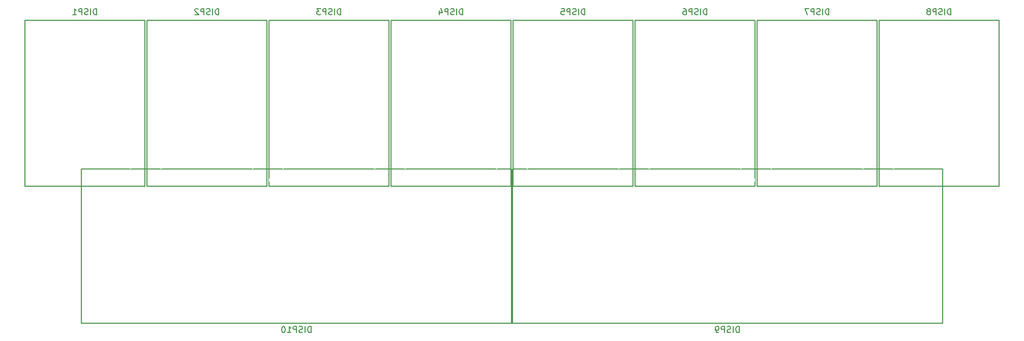
<source format=gbo>
G04 #@! TF.FileFunction,Legend,Bot*
%FSLAX46Y46*%
G04 Gerber Fmt 4.6, Leading zero omitted, Abs format (unit mm)*
G04 Created by KiCad (PCBNEW 4.0.0-rc1-stable) date 10/14/2015 5:21:08 AM*
%MOMM*%
G01*
G04 APERTURE LIST*
%ADD10C,0.100000*%
%ADD11C,0.150000*%
%ADD12C,1.700000*%
%ADD13O,3.500120X1.800860*%
%ADD14C,2.700000*%
%ADD15C,3.300000*%
%ADD16R,2.032000X1.727200*%
%ADD17O,2.032000X1.727200*%
%ADD18C,1.397000*%
%ADD19C,1.524000*%
G04 APERTURE END LIST*
D10*
D11*
X70645000Y-112592500D02*
X70645000Y-84892500D01*
X70645000Y-84892500D02*
X90645000Y-84892500D01*
X90645000Y-84892500D02*
X90645000Y-112592500D01*
X90645000Y-112592500D02*
X70645000Y-112592500D01*
X90965000Y-112592500D02*
X90965000Y-84892500D01*
X90965000Y-84892500D02*
X110965000Y-84892500D01*
X110965000Y-84892500D02*
X110965000Y-112592500D01*
X110965000Y-112592500D02*
X90965000Y-112592500D01*
X111285000Y-112592500D02*
X111285000Y-84892500D01*
X111285000Y-84892500D02*
X131285000Y-84892500D01*
X131285000Y-84892500D02*
X131285000Y-112592500D01*
X131285000Y-112592500D02*
X111285000Y-112592500D01*
X131605000Y-112592500D02*
X131605000Y-84892500D01*
X131605000Y-84892500D02*
X151605000Y-84892500D01*
X151605000Y-84892500D02*
X151605000Y-112592500D01*
X151605000Y-112592500D02*
X131605000Y-112592500D01*
X151925000Y-112592500D02*
X151925000Y-84892500D01*
X151925000Y-84892500D02*
X171925000Y-84892500D01*
X171925000Y-84892500D02*
X171925000Y-112592500D01*
X171925000Y-112592500D02*
X151925000Y-112592500D01*
X172245000Y-112592500D02*
X172245000Y-84892500D01*
X172245000Y-84892500D02*
X192245000Y-84892500D01*
X192245000Y-84892500D02*
X192245000Y-112592500D01*
X192245000Y-112592500D02*
X172245000Y-112592500D01*
X192565000Y-112592500D02*
X192565000Y-84892500D01*
X192565000Y-84892500D02*
X212565000Y-84892500D01*
X212565000Y-84892500D02*
X212565000Y-112592500D01*
X212565000Y-112592500D02*
X192565000Y-112592500D01*
X212885000Y-112592500D02*
X212885000Y-84892500D01*
X212885000Y-84892500D02*
X232885000Y-84892500D01*
X232885000Y-84892500D02*
X232885000Y-112592500D01*
X232885000Y-112592500D02*
X212885000Y-112592500D01*
X223442500Y-135405000D02*
X151842500Y-135405000D01*
X151842500Y-135405000D02*
X151842500Y-109705000D01*
X151842500Y-109705000D02*
X223442500Y-109705000D01*
X223442500Y-109705000D02*
X223442500Y-135405000D01*
X151687500Y-135405000D02*
X80087500Y-135405000D01*
X80087500Y-135405000D02*
X80087500Y-109705000D01*
X80087500Y-109705000D02*
X151687500Y-109705000D01*
X151687500Y-109705000D02*
X151687500Y-135405000D01*
X82597381Y-83954881D02*
X82597381Y-82954881D01*
X82359286Y-82954881D01*
X82216428Y-83002500D01*
X82121190Y-83097738D01*
X82073571Y-83192976D01*
X82025952Y-83383452D01*
X82025952Y-83526310D01*
X82073571Y-83716786D01*
X82121190Y-83812024D01*
X82216428Y-83907262D01*
X82359286Y-83954881D01*
X82597381Y-83954881D01*
X81597381Y-83954881D02*
X81597381Y-82954881D01*
X81168810Y-83907262D02*
X81025953Y-83954881D01*
X80787857Y-83954881D01*
X80692619Y-83907262D01*
X80645000Y-83859643D01*
X80597381Y-83764405D01*
X80597381Y-83669167D01*
X80645000Y-83573929D01*
X80692619Y-83526310D01*
X80787857Y-83478690D01*
X80978334Y-83431071D01*
X81073572Y-83383452D01*
X81121191Y-83335833D01*
X81168810Y-83240595D01*
X81168810Y-83145357D01*
X81121191Y-83050119D01*
X81073572Y-83002500D01*
X80978334Y-82954881D01*
X80740238Y-82954881D01*
X80597381Y-83002500D01*
X80168810Y-83954881D02*
X80168810Y-82954881D01*
X79787857Y-82954881D01*
X79692619Y-83002500D01*
X79645000Y-83050119D01*
X79597381Y-83145357D01*
X79597381Y-83288214D01*
X79645000Y-83383452D01*
X79692619Y-83431071D01*
X79787857Y-83478690D01*
X80168810Y-83478690D01*
X78645000Y-83954881D02*
X79216429Y-83954881D01*
X78930715Y-83954881D02*
X78930715Y-82954881D01*
X79025953Y-83097738D01*
X79121191Y-83192976D01*
X79216429Y-83240595D01*
X102917381Y-83954881D02*
X102917381Y-82954881D01*
X102679286Y-82954881D01*
X102536428Y-83002500D01*
X102441190Y-83097738D01*
X102393571Y-83192976D01*
X102345952Y-83383452D01*
X102345952Y-83526310D01*
X102393571Y-83716786D01*
X102441190Y-83812024D01*
X102536428Y-83907262D01*
X102679286Y-83954881D01*
X102917381Y-83954881D01*
X101917381Y-83954881D02*
X101917381Y-82954881D01*
X101488810Y-83907262D02*
X101345953Y-83954881D01*
X101107857Y-83954881D01*
X101012619Y-83907262D01*
X100965000Y-83859643D01*
X100917381Y-83764405D01*
X100917381Y-83669167D01*
X100965000Y-83573929D01*
X101012619Y-83526310D01*
X101107857Y-83478690D01*
X101298334Y-83431071D01*
X101393572Y-83383452D01*
X101441191Y-83335833D01*
X101488810Y-83240595D01*
X101488810Y-83145357D01*
X101441191Y-83050119D01*
X101393572Y-83002500D01*
X101298334Y-82954881D01*
X101060238Y-82954881D01*
X100917381Y-83002500D01*
X100488810Y-83954881D02*
X100488810Y-82954881D01*
X100107857Y-82954881D01*
X100012619Y-83002500D01*
X99965000Y-83050119D01*
X99917381Y-83145357D01*
X99917381Y-83288214D01*
X99965000Y-83383452D01*
X100012619Y-83431071D01*
X100107857Y-83478690D01*
X100488810Y-83478690D01*
X99536429Y-83050119D02*
X99488810Y-83002500D01*
X99393572Y-82954881D01*
X99155476Y-82954881D01*
X99060238Y-83002500D01*
X99012619Y-83050119D01*
X98965000Y-83145357D01*
X98965000Y-83240595D01*
X99012619Y-83383452D01*
X99584048Y-83954881D01*
X98965000Y-83954881D01*
X123237381Y-83954881D02*
X123237381Y-82954881D01*
X122999286Y-82954881D01*
X122856428Y-83002500D01*
X122761190Y-83097738D01*
X122713571Y-83192976D01*
X122665952Y-83383452D01*
X122665952Y-83526310D01*
X122713571Y-83716786D01*
X122761190Y-83812024D01*
X122856428Y-83907262D01*
X122999286Y-83954881D01*
X123237381Y-83954881D01*
X122237381Y-83954881D02*
X122237381Y-82954881D01*
X121808810Y-83907262D02*
X121665953Y-83954881D01*
X121427857Y-83954881D01*
X121332619Y-83907262D01*
X121285000Y-83859643D01*
X121237381Y-83764405D01*
X121237381Y-83669167D01*
X121285000Y-83573929D01*
X121332619Y-83526310D01*
X121427857Y-83478690D01*
X121618334Y-83431071D01*
X121713572Y-83383452D01*
X121761191Y-83335833D01*
X121808810Y-83240595D01*
X121808810Y-83145357D01*
X121761191Y-83050119D01*
X121713572Y-83002500D01*
X121618334Y-82954881D01*
X121380238Y-82954881D01*
X121237381Y-83002500D01*
X120808810Y-83954881D02*
X120808810Y-82954881D01*
X120427857Y-82954881D01*
X120332619Y-83002500D01*
X120285000Y-83050119D01*
X120237381Y-83145357D01*
X120237381Y-83288214D01*
X120285000Y-83383452D01*
X120332619Y-83431071D01*
X120427857Y-83478690D01*
X120808810Y-83478690D01*
X119904048Y-82954881D02*
X119285000Y-82954881D01*
X119618334Y-83335833D01*
X119475476Y-83335833D01*
X119380238Y-83383452D01*
X119332619Y-83431071D01*
X119285000Y-83526310D01*
X119285000Y-83764405D01*
X119332619Y-83859643D01*
X119380238Y-83907262D01*
X119475476Y-83954881D01*
X119761191Y-83954881D01*
X119856429Y-83907262D01*
X119904048Y-83859643D01*
X143557381Y-83954881D02*
X143557381Y-82954881D01*
X143319286Y-82954881D01*
X143176428Y-83002500D01*
X143081190Y-83097738D01*
X143033571Y-83192976D01*
X142985952Y-83383452D01*
X142985952Y-83526310D01*
X143033571Y-83716786D01*
X143081190Y-83812024D01*
X143176428Y-83907262D01*
X143319286Y-83954881D01*
X143557381Y-83954881D01*
X142557381Y-83954881D02*
X142557381Y-82954881D01*
X142128810Y-83907262D02*
X141985953Y-83954881D01*
X141747857Y-83954881D01*
X141652619Y-83907262D01*
X141605000Y-83859643D01*
X141557381Y-83764405D01*
X141557381Y-83669167D01*
X141605000Y-83573929D01*
X141652619Y-83526310D01*
X141747857Y-83478690D01*
X141938334Y-83431071D01*
X142033572Y-83383452D01*
X142081191Y-83335833D01*
X142128810Y-83240595D01*
X142128810Y-83145357D01*
X142081191Y-83050119D01*
X142033572Y-83002500D01*
X141938334Y-82954881D01*
X141700238Y-82954881D01*
X141557381Y-83002500D01*
X141128810Y-83954881D02*
X141128810Y-82954881D01*
X140747857Y-82954881D01*
X140652619Y-83002500D01*
X140605000Y-83050119D01*
X140557381Y-83145357D01*
X140557381Y-83288214D01*
X140605000Y-83383452D01*
X140652619Y-83431071D01*
X140747857Y-83478690D01*
X141128810Y-83478690D01*
X139700238Y-83288214D02*
X139700238Y-83954881D01*
X139938334Y-82907262D02*
X140176429Y-83621548D01*
X139557381Y-83621548D01*
X163877381Y-83954881D02*
X163877381Y-82954881D01*
X163639286Y-82954881D01*
X163496428Y-83002500D01*
X163401190Y-83097738D01*
X163353571Y-83192976D01*
X163305952Y-83383452D01*
X163305952Y-83526310D01*
X163353571Y-83716786D01*
X163401190Y-83812024D01*
X163496428Y-83907262D01*
X163639286Y-83954881D01*
X163877381Y-83954881D01*
X162877381Y-83954881D02*
X162877381Y-82954881D01*
X162448810Y-83907262D02*
X162305953Y-83954881D01*
X162067857Y-83954881D01*
X161972619Y-83907262D01*
X161925000Y-83859643D01*
X161877381Y-83764405D01*
X161877381Y-83669167D01*
X161925000Y-83573929D01*
X161972619Y-83526310D01*
X162067857Y-83478690D01*
X162258334Y-83431071D01*
X162353572Y-83383452D01*
X162401191Y-83335833D01*
X162448810Y-83240595D01*
X162448810Y-83145357D01*
X162401191Y-83050119D01*
X162353572Y-83002500D01*
X162258334Y-82954881D01*
X162020238Y-82954881D01*
X161877381Y-83002500D01*
X161448810Y-83954881D02*
X161448810Y-82954881D01*
X161067857Y-82954881D01*
X160972619Y-83002500D01*
X160925000Y-83050119D01*
X160877381Y-83145357D01*
X160877381Y-83288214D01*
X160925000Y-83383452D01*
X160972619Y-83431071D01*
X161067857Y-83478690D01*
X161448810Y-83478690D01*
X159972619Y-82954881D02*
X160448810Y-82954881D01*
X160496429Y-83431071D01*
X160448810Y-83383452D01*
X160353572Y-83335833D01*
X160115476Y-83335833D01*
X160020238Y-83383452D01*
X159972619Y-83431071D01*
X159925000Y-83526310D01*
X159925000Y-83764405D01*
X159972619Y-83859643D01*
X160020238Y-83907262D01*
X160115476Y-83954881D01*
X160353572Y-83954881D01*
X160448810Y-83907262D01*
X160496429Y-83859643D01*
X184197381Y-83954881D02*
X184197381Y-82954881D01*
X183959286Y-82954881D01*
X183816428Y-83002500D01*
X183721190Y-83097738D01*
X183673571Y-83192976D01*
X183625952Y-83383452D01*
X183625952Y-83526310D01*
X183673571Y-83716786D01*
X183721190Y-83812024D01*
X183816428Y-83907262D01*
X183959286Y-83954881D01*
X184197381Y-83954881D01*
X183197381Y-83954881D02*
X183197381Y-82954881D01*
X182768810Y-83907262D02*
X182625953Y-83954881D01*
X182387857Y-83954881D01*
X182292619Y-83907262D01*
X182245000Y-83859643D01*
X182197381Y-83764405D01*
X182197381Y-83669167D01*
X182245000Y-83573929D01*
X182292619Y-83526310D01*
X182387857Y-83478690D01*
X182578334Y-83431071D01*
X182673572Y-83383452D01*
X182721191Y-83335833D01*
X182768810Y-83240595D01*
X182768810Y-83145357D01*
X182721191Y-83050119D01*
X182673572Y-83002500D01*
X182578334Y-82954881D01*
X182340238Y-82954881D01*
X182197381Y-83002500D01*
X181768810Y-83954881D02*
X181768810Y-82954881D01*
X181387857Y-82954881D01*
X181292619Y-83002500D01*
X181245000Y-83050119D01*
X181197381Y-83145357D01*
X181197381Y-83288214D01*
X181245000Y-83383452D01*
X181292619Y-83431071D01*
X181387857Y-83478690D01*
X181768810Y-83478690D01*
X180340238Y-82954881D02*
X180530715Y-82954881D01*
X180625953Y-83002500D01*
X180673572Y-83050119D01*
X180768810Y-83192976D01*
X180816429Y-83383452D01*
X180816429Y-83764405D01*
X180768810Y-83859643D01*
X180721191Y-83907262D01*
X180625953Y-83954881D01*
X180435476Y-83954881D01*
X180340238Y-83907262D01*
X180292619Y-83859643D01*
X180245000Y-83764405D01*
X180245000Y-83526310D01*
X180292619Y-83431071D01*
X180340238Y-83383452D01*
X180435476Y-83335833D01*
X180625953Y-83335833D01*
X180721191Y-83383452D01*
X180768810Y-83431071D01*
X180816429Y-83526310D01*
X204517381Y-83954881D02*
X204517381Y-82954881D01*
X204279286Y-82954881D01*
X204136428Y-83002500D01*
X204041190Y-83097738D01*
X203993571Y-83192976D01*
X203945952Y-83383452D01*
X203945952Y-83526310D01*
X203993571Y-83716786D01*
X204041190Y-83812024D01*
X204136428Y-83907262D01*
X204279286Y-83954881D01*
X204517381Y-83954881D01*
X203517381Y-83954881D02*
X203517381Y-82954881D01*
X203088810Y-83907262D02*
X202945953Y-83954881D01*
X202707857Y-83954881D01*
X202612619Y-83907262D01*
X202565000Y-83859643D01*
X202517381Y-83764405D01*
X202517381Y-83669167D01*
X202565000Y-83573929D01*
X202612619Y-83526310D01*
X202707857Y-83478690D01*
X202898334Y-83431071D01*
X202993572Y-83383452D01*
X203041191Y-83335833D01*
X203088810Y-83240595D01*
X203088810Y-83145357D01*
X203041191Y-83050119D01*
X202993572Y-83002500D01*
X202898334Y-82954881D01*
X202660238Y-82954881D01*
X202517381Y-83002500D01*
X202088810Y-83954881D02*
X202088810Y-82954881D01*
X201707857Y-82954881D01*
X201612619Y-83002500D01*
X201565000Y-83050119D01*
X201517381Y-83145357D01*
X201517381Y-83288214D01*
X201565000Y-83383452D01*
X201612619Y-83431071D01*
X201707857Y-83478690D01*
X202088810Y-83478690D01*
X201184048Y-82954881D02*
X200517381Y-82954881D01*
X200945953Y-83954881D01*
X224837381Y-83954881D02*
X224837381Y-82954881D01*
X224599286Y-82954881D01*
X224456428Y-83002500D01*
X224361190Y-83097738D01*
X224313571Y-83192976D01*
X224265952Y-83383452D01*
X224265952Y-83526310D01*
X224313571Y-83716786D01*
X224361190Y-83812024D01*
X224456428Y-83907262D01*
X224599286Y-83954881D01*
X224837381Y-83954881D01*
X223837381Y-83954881D02*
X223837381Y-82954881D01*
X223408810Y-83907262D02*
X223265953Y-83954881D01*
X223027857Y-83954881D01*
X222932619Y-83907262D01*
X222885000Y-83859643D01*
X222837381Y-83764405D01*
X222837381Y-83669167D01*
X222885000Y-83573929D01*
X222932619Y-83526310D01*
X223027857Y-83478690D01*
X223218334Y-83431071D01*
X223313572Y-83383452D01*
X223361191Y-83335833D01*
X223408810Y-83240595D01*
X223408810Y-83145357D01*
X223361191Y-83050119D01*
X223313572Y-83002500D01*
X223218334Y-82954881D01*
X222980238Y-82954881D01*
X222837381Y-83002500D01*
X222408810Y-83954881D02*
X222408810Y-82954881D01*
X222027857Y-82954881D01*
X221932619Y-83002500D01*
X221885000Y-83050119D01*
X221837381Y-83145357D01*
X221837381Y-83288214D01*
X221885000Y-83383452D01*
X221932619Y-83431071D01*
X222027857Y-83478690D01*
X222408810Y-83478690D01*
X221265953Y-83383452D02*
X221361191Y-83335833D01*
X221408810Y-83288214D01*
X221456429Y-83192976D01*
X221456429Y-83145357D01*
X221408810Y-83050119D01*
X221361191Y-83002500D01*
X221265953Y-82954881D01*
X221075476Y-82954881D01*
X220980238Y-83002500D01*
X220932619Y-83050119D01*
X220885000Y-83145357D01*
X220885000Y-83192976D01*
X220932619Y-83288214D01*
X220980238Y-83335833D01*
X221075476Y-83383452D01*
X221265953Y-83383452D01*
X221361191Y-83431071D01*
X221408810Y-83478690D01*
X221456429Y-83573929D01*
X221456429Y-83764405D01*
X221408810Y-83859643D01*
X221361191Y-83907262D01*
X221265953Y-83954881D01*
X221075476Y-83954881D01*
X220980238Y-83907262D01*
X220932619Y-83859643D01*
X220885000Y-83764405D01*
X220885000Y-83573929D01*
X220932619Y-83478690D01*
X220980238Y-83431071D01*
X221075476Y-83383452D01*
X189594881Y-136977381D02*
X189594881Y-135977381D01*
X189356786Y-135977381D01*
X189213928Y-136025000D01*
X189118690Y-136120238D01*
X189071071Y-136215476D01*
X189023452Y-136405952D01*
X189023452Y-136548810D01*
X189071071Y-136739286D01*
X189118690Y-136834524D01*
X189213928Y-136929762D01*
X189356786Y-136977381D01*
X189594881Y-136977381D01*
X188594881Y-136977381D02*
X188594881Y-135977381D01*
X188166310Y-136929762D02*
X188023453Y-136977381D01*
X187785357Y-136977381D01*
X187690119Y-136929762D01*
X187642500Y-136882143D01*
X187594881Y-136786905D01*
X187594881Y-136691667D01*
X187642500Y-136596429D01*
X187690119Y-136548810D01*
X187785357Y-136501190D01*
X187975834Y-136453571D01*
X188071072Y-136405952D01*
X188118691Y-136358333D01*
X188166310Y-136263095D01*
X188166310Y-136167857D01*
X188118691Y-136072619D01*
X188071072Y-136025000D01*
X187975834Y-135977381D01*
X187737738Y-135977381D01*
X187594881Y-136025000D01*
X187166310Y-136977381D02*
X187166310Y-135977381D01*
X186785357Y-135977381D01*
X186690119Y-136025000D01*
X186642500Y-136072619D01*
X186594881Y-136167857D01*
X186594881Y-136310714D01*
X186642500Y-136405952D01*
X186690119Y-136453571D01*
X186785357Y-136501190D01*
X187166310Y-136501190D01*
X186118691Y-136977381D02*
X185928215Y-136977381D01*
X185832976Y-136929762D01*
X185785357Y-136882143D01*
X185690119Y-136739286D01*
X185642500Y-136548810D01*
X185642500Y-136167857D01*
X185690119Y-136072619D01*
X185737738Y-136025000D01*
X185832976Y-135977381D01*
X186023453Y-135977381D01*
X186118691Y-136025000D01*
X186166310Y-136072619D01*
X186213929Y-136167857D01*
X186213929Y-136405952D01*
X186166310Y-136501190D01*
X186118691Y-136548810D01*
X186023453Y-136596429D01*
X185832976Y-136596429D01*
X185737738Y-136548810D01*
X185690119Y-136501190D01*
X185642500Y-136405952D01*
X118316071Y-136977381D02*
X118316071Y-135977381D01*
X118077976Y-135977381D01*
X117935118Y-136025000D01*
X117839880Y-136120238D01*
X117792261Y-136215476D01*
X117744642Y-136405952D01*
X117744642Y-136548810D01*
X117792261Y-136739286D01*
X117839880Y-136834524D01*
X117935118Y-136929762D01*
X118077976Y-136977381D01*
X118316071Y-136977381D01*
X117316071Y-136977381D02*
X117316071Y-135977381D01*
X116887500Y-136929762D02*
X116744643Y-136977381D01*
X116506547Y-136977381D01*
X116411309Y-136929762D01*
X116363690Y-136882143D01*
X116316071Y-136786905D01*
X116316071Y-136691667D01*
X116363690Y-136596429D01*
X116411309Y-136548810D01*
X116506547Y-136501190D01*
X116697024Y-136453571D01*
X116792262Y-136405952D01*
X116839881Y-136358333D01*
X116887500Y-136263095D01*
X116887500Y-136167857D01*
X116839881Y-136072619D01*
X116792262Y-136025000D01*
X116697024Y-135977381D01*
X116458928Y-135977381D01*
X116316071Y-136025000D01*
X115887500Y-136977381D02*
X115887500Y-135977381D01*
X115506547Y-135977381D01*
X115411309Y-136025000D01*
X115363690Y-136072619D01*
X115316071Y-136167857D01*
X115316071Y-136310714D01*
X115363690Y-136405952D01*
X115411309Y-136453571D01*
X115506547Y-136501190D01*
X115887500Y-136501190D01*
X114363690Y-136977381D02*
X114935119Y-136977381D01*
X114649405Y-136977381D02*
X114649405Y-135977381D01*
X114744643Y-136120238D01*
X114839881Y-136215476D01*
X114935119Y-136263095D01*
X113744643Y-135977381D02*
X113649404Y-135977381D01*
X113554166Y-136025000D01*
X113506547Y-136072619D01*
X113458928Y-136167857D01*
X113411309Y-136358333D01*
X113411309Y-136596429D01*
X113458928Y-136786905D01*
X113506547Y-136882143D01*
X113554166Y-136929762D01*
X113649404Y-136977381D01*
X113744643Y-136977381D01*
X113839881Y-136929762D01*
X113887500Y-136882143D01*
X113935119Y-136786905D01*
X113982738Y-136596429D01*
X113982738Y-136358333D01*
X113935119Y-136167857D01*
X113887500Y-136072619D01*
X113839881Y-136025000D01*
X113744643Y-135977381D01*
%LPC*%
D12*
X77112500Y-117147500D03*
X72112500Y-117147500D03*
X72112500Y-134947500D03*
X77112500Y-134947500D03*
D13*
X238442500Y-134302500D03*
X238442500Y-131762500D03*
X238442500Y-129222500D03*
X238442500Y-126682500D03*
D14*
X68155000Y-95250000D03*
X62655000Y-95250000D03*
X68155000Y-99450000D03*
X62655000Y-99450000D03*
X68155000Y-103650000D03*
X62655000Y-103650000D03*
X62655000Y-91050000D03*
X68155000Y-91050000D03*
X62655000Y-86850000D03*
X68155000Y-86850000D03*
D15*
X63115000Y-108350000D03*
X63115000Y-82150000D03*
D14*
X68155000Y-126047500D03*
X62655000Y-126047500D03*
X68155000Y-130247500D03*
X62655000Y-130247500D03*
X68155000Y-134447500D03*
X62655000Y-134447500D03*
X62655000Y-121847500D03*
X68155000Y-121847500D03*
X62655000Y-117647500D03*
X68155000Y-117647500D03*
D15*
X63115000Y-139147500D03*
X63115000Y-112947500D03*
D16*
X238125000Y-106680000D03*
D17*
X238125000Y-109220000D03*
X238125000Y-111760000D03*
X238125000Y-114300000D03*
X238125000Y-116840000D03*
X238125000Y-119380000D03*
D18*
X235585000Y-85090000D03*
X240665000Y-85090000D03*
X235585000Y-92710000D03*
X240665000Y-92710000D03*
X235585000Y-94932500D03*
X240665000Y-94932500D03*
X235585000Y-102552500D03*
X240665000Y-102552500D03*
D19*
X73025000Y-103822500D03*
X73025000Y-101282500D03*
X73025000Y-98742500D03*
X73025000Y-96202500D03*
X73025000Y-93662500D03*
X73025000Y-91122500D03*
X73025000Y-88582500D03*
X88265000Y-88582500D03*
X88265000Y-91122500D03*
X88265000Y-93662500D03*
X88265000Y-96202500D03*
X88265000Y-98742500D03*
X88265000Y-101282500D03*
X88265000Y-103822500D03*
X73025000Y-106362500D03*
X73025000Y-108902500D03*
X88265000Y-106362500D03*
X88265000Y-108902500D03*
X93345000Y-103822500D03*
X93345000Y-101282500D03*
X93345000Y-98742500D03*
X93345000Y-96202500D03*
X93345000Y-93662500D03*
X93345000Y-91122500D03*
X93345000Y-88582500D03*
X108585000Y-88582500D03*
X108585000Y-91122500D03*
X108585000Y-93662500D03*
X108585000Y-96202500D03*
X108585000Y-98742500D03*
X108585000Y-101282500D03*
X108585000Y-103822500D03*
X93345000Y-106362500D03*
X93345000Y-108902500D03*
X108585000Y-106362500D03*
X108585000Y-108902500D03*
X113665000Y-103822500D03*
X113665000Y-101282500D03*
X113665000Y-98742500D03*
X113665000Y-96202500D03*
X113665000Y-93662500D03*
X113665000Y-91122500D03*
X113665000Y-88582500D03*
X128905000Y-88582500D03*
X128905000Y-91122500D03*
X128905000Y-93662500D03*
X128905000Y-96202500D03*
X128905000Y-98742500D03*
X128905000Y-101282500D03*
X128905000Y-103822500D03*
X113665000Y-106362500D03*
X113665000Y-108902500D03*
X128905000Y-106362500D03*
X128905000Y-108902500D03*
X133985000Y-103822500D03*
X133985000Y-101282500D03*
X133985000Y-98742500D03*
X133985000Y-96202500D03*
X133985000Y-93662500D03*
X133985000Y-91122500D03*
X133985000Y-88582500D03*
X149225000Y-88582500D03*
X149225000Y-91122500D03*
X149225000Y-93662500D03*
X149225000Y-96202500D03*
X149225000Y-98742500D03*
X149225000Y-101282500D03*
X149225000Y-103822500D03*
X133985000Y-106362500D03*
X133985000Y-108902500D03*
X149225000Y-106362500D03*
X149225000Y-108902500D03*
X154305000Y-103822500D03*
X154305000Y-101282500D03*
X154305000Y-98742500D03*
X154305000Y-96202500D03*
X154305000Y-93662500D03*
X154305000Y-91122500D03*
X154305000Y-88582500D03*
X169545000Y-88582500D03*
X169545000Y-91122500D03*
X169545000Y-93662500D03*
X169545000Y-96202500D03*
X169545000Y-98742500D03*
X169545000Y-101282500D03*
X169545000Y-103822500D03*
X154305000Y-106362500D03*
X154305000Y-108902500D03*
X169545000Y-106362500D03*
X169545000Y-108902500D03*
X174625000Y-103822500D03*
X174625000Y-101282500D03*
X174625000Y-98742500D03*
X174625000Y-96202500D03*
X174625000Y-93662500D03*
X174625000Y-91122500D03*
X174625000Y-88582500D03*
X189865000Y-88582500D03*
X189865000Y-91122500D03*
X189865000Y-93662500D03*
X189865000Y-96202500D03*
X189865000Y-98742500D03*
X189865000Y-101282500D03*
X189865000Y-103822500D03*
X174625000Y-106362500D03*
X174625000Y-108902500D03*
X189865000Y-106362500D03*
X189865000Y-108902500D03*
X194945000Y-103822500D03*
X194945000Y-101282500D03*
X194945000Y-98742500D03*
X194945000Y-96202500D03*
X194945000Y-93662500D03*
X194945000Y-91122500D03*
X194945000Y-88582500D03*
X210185000Y-88582500D03*
X210185000Y-91122500D03*
X210185000Y-93662500D03*
X210185000Y-96202500D03*
X210185000Y-98742500D03*
X210185000Y-101282500D03*
X210185000Y-103822500D03*
X194945000Y-106362500D03*
X194945000Y-108902500D03*
X210185000Y-106362500D03*
X210185000Y-108902500D03*
X215265000Y-103822500D03*
X215265000Y-101282500D03*
X215265000Y-98742500D03*
X215265000Y-96202500D03*
X215265000Y-93662500D03*
X215265000Y-91122500D03*
X215265000Y-88582500D03*
X230505000Y-88582500D03*
X230505000Y-91122500D03*
X230505000Y-93662500D03*
X230505000Y-96202500D03*
X230505000Y-98742500D03*
X230505000Y-101282500D03*
X230505000Y-103822500D03*
X215265000Y-106362500D03*
X215265000Y-108902500D03*
X230505000Y-106362500D03*
X230505000Y-108902500D03*
X193992500Y-133555000D03*
X191452500Y-133555000D03*
X188912500Y-133555000D03*
X186372500Y-133555000D03*
X183832500Y-133555000D03*
X181292500Y-133555000D03*
X181292500Y-111555000D03*
X183832500Y-111555000D03*
X186372500Y-111555000D03*
X188912500Y-111555000D03*
X191452500Y-111555000D03*
X193992500Y-111555000D03*
X122237500Y-133555000D03*
X119697500Y-133555000D03*
X117157500Y-133555000D03*
X114617500Y-133555000D03*
X112077500Y-133555000D03*
X109537500Y-133555000D03*
X109537500Y-111555000D03*
X112077500Y-111555000D03*
X114617500Y-111555000D03*
X117157500Y-111555000D03*
X119697500Y-111555000D03*
X122237500Y-111555000D03*
M02*

</source>
